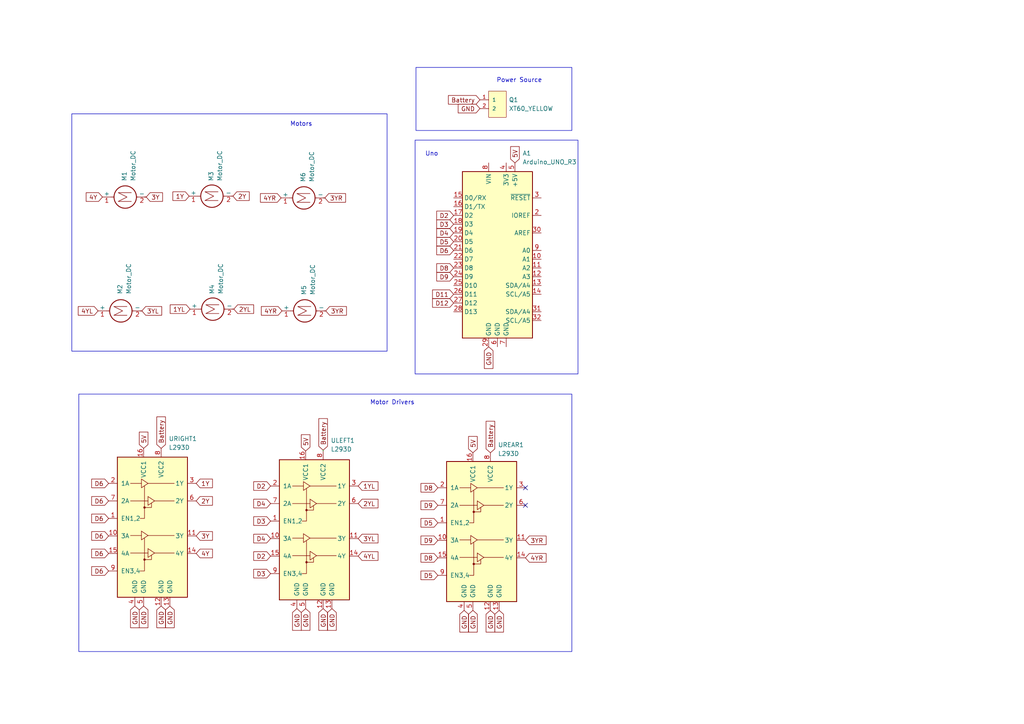
<source format=kicad_sch>
(kicad_sch
	(version 20231120)
	(generator "eeschema")
	(generator_version "8.0")
	(uuid "ce58cf49-2c6c-4838-a9f2-4d30bd46f137")
	(paper "A4")
	(lib_symbols
		(symbol "Driver_Motor:L293D"
			(pin_names
				(offset 1.016)
			)
			(exclude_from_sim no)
			(in_bom yes)
			(on_board yes)
			(property "Reference" "U"
				(at -5.08 26.035 0)
				(effects
					(font
						(size 1.27 1.27)
					)
					(justify right)
				)
			)
			(property "Value" "L293D"
				(at -5.08 24.13 0)
				(effects
					(font
						(size 1.27 1.27)
					)
					(justify right)
				)
			)
			(property "Footprint" "Package_DIP:DIP-16_W7.62mm"
				(at 6.35 -19.05 0)
				(effects
					(font
						(size 1.27 1.27)
					)
					(justify left)
					(hide yes)
				)
			)
			(property "Datasheet" "http://www.ti.com/lit/ds/symlink/l293.pdf"
				(at -7.62 17.78 0)
				(effects
					(font
						(size 1.27 1.27)
					)
					(hide yes)
				)
			)
			(property "Description" "Quadruple Half-H Drivers"
				(at 0 0 0)
				(effects
					(font
						(size 1.27 1.27)
					)
					(hide yes)
				)
			)
			(property "ki_keywords" "Half-H Driver Motor"
				(at 0 0 0)
				(effects
					(font
						(size 1.27 1.27)
					)
					(hide yes)
				)
			)
			(property "ki_fp_filters" "DIP*W7.62mm*"
				(at 0 0 0)
				(effects
					(font
						(size 1.27 1.27)
					)
					(hide yes)
				)
			)
			(symbol "L293D_0_1"
				(rectangle
					(start -10.16 22.86)
					(end 10.16 -17.78)
					(stroke
						(width 0.254)
						(type default)
					)
					(fill
						(type background)
					)
				)
				(circle
					(center -2.286 -6.858)
					(radius 0.254)
					(stroke
						(width 0)
						(type default)
					)
					(fill
						(type outline)
					)
				)
				(circle
					(center -2.286 8.255)
					(radius 0.254)
					(stroke
						(width 0)
						(type default)
					)
					(fill
						(type outline)
					)
				)
				(polyline
					(pts
						(xy -6.35 -4.953) (xy -1.27 -4.953)
					)
					(stroke
						(width 0)
						(type default)
					)
					(fill
						(type none)
					)
				)
				(polyline
					(pts
						(xy -6.35 0.127) (xy -3.175 0.127)
					)
					(stroke
						(width 0)
						(type default)
					)
					(fill
						(type none)
					)
				)
				(polyline
					(pts
						(xy -6.35 10.16) (xy -1.27 10.16)
					)
					(stroke
						(width 0)
						(type default)
					)
					(fill
						(type none)
					)
				)
				(polyline
					(pts
						(xy -6.35 15.24) (xy -3.175 15.24)
					)
					(stroke
						(width 0)
						(type default)
					)
					(fill
						(type none)
					)
				)
				(polyline
					(pts
						(xy -1.27 0.127) (xy 6.35 0.127)
					)
					(stroke
						(width 0)
						(type default)
					)
					(fill
						(type none)
					)
				)
				(polyline
					(pts
						(xy -1.27 15.24) (xy 6.35 15.24)
					)
					(stroke
						(width 0)
						(type default)
					)
					(fill
						(type none)
					)
				)
				(polyline
					(pts
						(xy 0.635 -4.953) (xy 6.35 -4.953)
					)
					(stroke
						(width 0)
						(type default)
					)
					(fill
						(type none)
					)
				)
				(polyline
					(pts
						(xy 0.635 10.16) (xy 6.35 10.16)
					)
					(stroke
						(width 0)
						(type default)
					)
					(fill
						(type none)
					)
				)
				(polyline
					(pts
						(xy -2.286 -6.858) (xy -0.254 -6.858) (xy -0.254 -5.588)
					)
					(stroke
						(width 0)
						(type default)
					)
					(fill
						(type none)
					)
				)
				(polyline
					(pts
						(xy -2.286 -0.635) (xy -2.286 -10.16) (xy -3.556 -10.16)
					)
					(stroke
						(width 0)
						(type default)
					)
					(fill
						(type none)
					)
				)
				(polyline
					(pts
						(xy -2.286 8.255) (xy -0.254 8.255) (xy -0.254 9.525)
					)
					(stroke
						(width 0)
						(type default)
					)
					(fill
						(type none)
					)
				)
				(polyline
					(pts
						(xy -2.286 14.478) (xy -2.286 5.08) (xy -3.556 5.08)
					)
					(stroke
						(width 0)
						(type default)
					)
					(fill
						(type none)
					)
				)
				(polyline
					(pts
						(xy -3.175 1.397) (xy -3.175 -1.143) (xy -1.27 0.127) (xy -3.175 1.397)
					)
					(stroke
						(width 0)
						(type default)
					)
					(fill
						(type none)
					)
				)
				(polyline
					(pts
						(xy -3.175 16.51) (xy -3.175 13.97) (xy -1.27 15.24) (xy -3.175 16.51)
					)
					(stroke
						(width 0)
						(type default)
					)
					(fill
						(type none)
					)
				)
				(polyline
					(pts
						(xy -1.27 -3.683) (xy -1.27 -6.223) (xy 0.635 -4.953) (xy -1.27 -3.683)
					)
					(stroke
						(width 0)
						(type default)
					)
					(fill
						(type none)
					)
				)
				(polyline
					(pts
						(xy -1.27 11.43) (xy -1.27 8.89) (xy 0.635 10.16) (xy -1.27 11.43)
					)
					(stroke
						(width 0)
						(type default)
					)
					(fill
						(type none)
					)
				)
			)
			(symbol "L293D_1_1"
				(pin input line
					(at -12.7 5.08 0)
					(length 2.54)
					(name "EN1,2"
						(effects
							(font
								(size 1.27 1.27)
							)
						)
					)
					(number "1"
						(effects
							(font
								(size 1.27 1.27)
							)
						)
					)
				)
				(pin input line
					(at -12.7 0 0)
					(length 2.54)
					(name "3A"
						(effects
							(font
								(size 1.27 1.27)
							)
						)
					)
					(number "10"
						(effects
							(font
								(size 1.27 1.27)
							)
						)
					)
				)
				(pin output line
					(at 12.7 0 180)
					(length 2.54)
					(name "3Y"
						(effects
							(font
								(size 1.27 1.27)
							)
						)
					)
					(number "11"
						(effects
							(font
								(size 1.27 1.27)
							)
						)
					)
				)
				(pin power_in line
					(at 2.54 -20.32 90)
					(length 2.54)
					(name "GND"
						(effects
							(font
								(size 1.27 1.27)
							)
						)
					)
					(number "12"
						(effects
							(font
								(size 1.27 1.27)
							)
						)
					)
				)
				(pin power_in line
					(at 5.08 -20.32 90)
					(length 2.54)
					(name "GND"
						(effects
							(font
								(size 1.27 1.27)
							)
						)
					)
					(number "13"
						(effects
							(font
								(size 1.27 1.27)
							)
						)
					)
				)
				(pin output line
					(at 12.7 -5.08 180)
					(length 2.54)
					(name "4Y"
						(effects
							(font
								(size 1.27 1.27)
							)
						)
					)
					(number "14"
						(effects
							(font
								(size 1.27 1.27)
							)
						)
					)
				)
				(pin input line
					(at -12.7 -5.08 0)
					(length 2.54)
					(name "4A"
						(effects
							(font
								(size 1.27 1.27)
							)
						)
					)
					(number "15"
						(effects
							(font
								(size 1.27 1.27)
							)
						)
					)
				)
				(pin power_in line
					(at -2.54 25.4 270)
					(length 2.54)
					(name "VCC1"
						(effects
							(font
								(size 1.27 1.27)
							)
						)
					)
					(number "16"
						(effects
							(font
								(size 1.27 1.27)
							)
						)
					)
				)
				(pin input line
					(at -12.7 15.24 0)
					(length 2.54)
					(name "1A"
						(effects
							(font
								(size 1.27 1.27)
							)
						)
					)
					(number "2"
						(effects
							(font
								(size 1.27 1.27)
							)
						)
					)
				)
				(pin output line
					(at 12.7 15.24 180)
					(length 2.54)
					(name "1Y"
						(effects
							(font
								(size 1.27 1.27)
							)
						)
					)
					(number "3"
						(effects
							(font
								(size 1.27 1.27)
							)
						)
					)
				)
				(pin power_in line
					(at -5.08 -20.32 90)
					(length 2.54)
					(name "GND"
						(effects
							(font
								(size 1.27 1.27)
							)
						)
					)
					(number "4"
						(effects
							(font
								(size 1.27 1.27)
							)
						)
					)
				)
				(pin power_in line
					(at -2.54 -20.32 90)
					(length 2.54)
					(name "GND"
						(effects
							(font
								(size 1.27 1.27)
							)
						)
					)
					(number "5"
						(effects
							(font
								(size 1.27 1.27)
							)
						)
					)
				)
				(pin output line
					(at 12.7 10.16 180)
					(length 2.54)
					(name "2Y"
						(effects
							(font
								(size 1.27 1.27)
							)
						)
					)
					(number "6"
						(effects
							(font
								(size 1.27 1.27)
							)
						)
					)
				)
				(pin input line
					(at -12.7 10.16 0)
					(length 2.54)
					(name "2A"
						(effects
							(font
								(size 1.27 1.27)
							)
						)
					)
					(number "7"
						(effects
							(font
								(size 1.27 1.27)
							)
						)
					)
				)
				(pin power_in line
					(at 2.54 25.4 270)
					(length 2.54)
					(name "VCC2"
						(effects
							(font
								(size 1.27 1.27)
							)
						)
					)
					(number "8"
						(effects
							(font
								(size 1.27 1.27)
							)
						)
					)
				)
				(pin input line
					(at -12.7 -10.16 0)
					(length 2.54)
					(name "EN3,4"
						(effects
							(font
								(size 1.27 1.27)
							)
						)
					)
					(number "9"
						(effects
							(font
								(size 1.27 1.27)
							)
						)
					)
				)
			)
		)
		(symbol "MCU_Module:Arduino_UNO_R3"
			(exclude_from_sim no)
			(in_bom yes)
			(on_board yes)
			(property "Reference" "A"
				(at -10.16 23.495 0)
				(effects
					(font
						(size 1.27 1.27)
					)
					(justify left bottom)
				)
			)
			(property "Value" "Arduino_UNO_R3"
				(at 5.08 -26.67 0)
				(effects
					(font
						(size 1.27 1.27)
					)
					(justify left top)
				)
			)
			(property "Footprint" "Module:Arduino_UNO_R3"
				(at 0 0 0)
				(effects
					(font
						(size 1.27 1.27)
						(italic yes)
					)
					(hide yes)
				)
			)
			(property "Datasheet" "https://www.arduino.cc/en/Main/arduinoBoardUno"
				(at 0 0 0)
				(effects
					(font
						(size 1.27 1.27)
					)
					(hide yes)
				)
			)
			(property "Description" "Arduino UNO Microcontroller Module, release 3"
				(at 0 0 0)
				(effects
					(font
						(size 1.27 1.27)
					)
					(hide yes)
				)
			)
			(property "ki_keywords" "Arduino UNO R3 Microcontroller Module Atmel AVR USB"
				(at 0 0 0)
				(effects
					(font
						(size 1.27 1.27)
					)
					(hide yes)
				)
			)
			(property "ki_fp_filters" "Arduino*UNO*R3*"
				(at 0 0 0)
				(effects
					(font
						(size 1.27 1.27)
					)
					(hide yes)
				)
			)
			(symbol "Arduino_UNO_R3_0_1"
				(rectangle
					(start -10.16 22.86)
					(end 10.16 -25.4)
					(stroke
						(width 0.254)
						(type default)
					)
					(fill
						(type background)
					)
				)
			)
			(symbol "Arduino_UNO_R3_1_1"
				(pin no_connect line
					(at -10.16 -20.32 0)
					(length 2.54) hide
					(name "NC"
						(effects
							(font
								(size 1.27 1.27)
							)
						)
					)
					(number "1"
						(effects
							(font
								(size 1.27 1.27)
							)
						)
					)
				)
				(pin bidirectional line
					(at 12.7 -2.54 180)
					(length 2.54)
					(name "A1"
						(effects
							(font
								(size 1.27 1.27)
							)
						)
					)
					(number "10"
						(effects
							(font
								(size 1.27 1.27)
							)
						)
					)
				)
				(pin bidirectional line
					(at 12.7 -5.08 180)
					(length 2.54)
					(name "A2"
						(effects
							(font
								(size 1.27 1.27)
							)
						)
					)
					(number "11"
						(effects
							(font
								(size 1.27 1.27)
							)
						)
					)
				)
				(pin bidirectional line
					(at 12.7 -7.62 180)
					(length 2.54)
					(name "A3"
						(effects
							(font
								(size 1.27 1.27)
							)
						)
					)
					(number "12"
						(effects
							(font
								(size 1.27 1.27)
							)
						)
					)
				)
				(pin bidirectional line
					(at 12.7 -10.16 180)
					(length 2.54)
					(name "SDA/A4"
						(effects
							(font
								(size 1.27 1.27)
							)
						)
					)
					(number "13"
						(effects
							(font
								(size 1.27 1.27)
							)
						)
					)
				)
				(pin bidirectional line
					(at 12.7 -12.7 180)
					(length 2.54)
					(name "SCL/A5"
						(effects
							(font
								(size 1.27 1.27)
							)
						)
					)
					(number "14"
						(effects
							(font
								(size 1.27 1.27)
							)
						)
					)
				)
				(pin bidirectional line
					(at -12.7 15.24 0)
					(length 2.54)
					(name "D0/RX"
						(effects
							(font
								(size 1.27 1.27)
							)
						)
					)
					(number "15"
						(effects
							(font
								(size 1.27 1.27)
							)
						)
					)
				)
				(pin bidirectional line
					(at -12.7 12.7 0)
					(length 2.54)
					(name "D1/TX"
						(effects
							(font
								(size 1.27 1.27)
							)
						)
					)
					(number "16"
						(effects
							(font
								(size 1.27 1.27)
							)
						)
					)
				)
				(pin bidirectional line
					(at -12.7 10.16 0)
					(length 2.54)
					(name "D2"
						(effects
							(font
								(size 1.27 1.27)
							)
						)
					)
					(number "17"
						(effects
							(font
								(size 1.27 1.27)
							)
						)
					)
				)
				(pin bidirectional line
					(at -12.7 7.62 0)
					(length 2.54)
					(name "D3"
						(effects
							(font
								(size 1.27 1.27)
							)
						)
					)
					(number "18"
						(effects
							(font
								(size 1.27 1.27)
							)
						)
					)
				)
				(pin bidirectional line
					(at -12.7 5.08 0)
					(length 2.54)
					(name "D4"
						(effects
							(font
								(size 1.27 1.27)
							)
						)
					)
					(number "19"
						(effects
							(font
								(size 1.27 1.27)
							)
						)
					)
				)
				(pin output line
					(at 12.7 10.16 180)
					(length 2.54)
					(name "IOREF"
						(effects
							(font
								(size 1.27 1.27)
							)
						)
					)
					(number "2"
						(effects
							(font
								(size 1.27 1.27)
							)
						)
					)
				)
				(pin bidirectional line
					(at -12.7 2.54 0)
					(length 2.54)
					(name "D5"
						(effects
							(font
								(size 1.27 1.27)
							)
						)
					)
					(number "20"
						(effects
							(font
								(size 1.27 1.27)
							)
						)
					)
				)
				(pin bidirectional line
					(at -12.7 0 0)
					(length 2.54)
					(name "D6"
						(effects
							(font
								(size 1.27 1.27)
							)
						)
					)
					(number "21"
						(effects
							(font
								(size 1.27 1.27)
							)
						)
					)
				)
				(pin bidirectional line
					(at -12.7 -2.54 0)
					(length 2.54)
					(name "D7"
						(effects
							(font
								(size 1.27 1.27)
							)
						)
					)
					(number "22"
						(effects
							(font
								(size 1.27 1.27)
							)
						)
					)
				)
				(pin bidirectional line
					(at -12.7 -5.08 0)
					(length 2.54)
					(name "D8"
						(effects
							(font
								(size 1.27 1.27)
							)
						)
					)
					(number "23"
						(effects
							(font
								(size 1.27 1.27)
							)
						)
					)
				)
				(pin bidirectional line
					(at -12.7 -7.62 0)
					(length 2.54)
					(name "D9"
						(effects
							(font
								(size 1.27 1.27)
							)
						)
					)
					(number "24"
						(effects
							(font
								(size 1.27 1.27)
							)
						)
					)
				)
				(pin bidirectional line
					(at -12.7 -10.16 0)
					(length 2.54)
					(name "D10"
						(effects
							(font
								(size 1.27 1.27)
							)
						)
					)
					(number "25"
						(effects
							(font
								(size 1.27 1.27)
							)
						)
					)
				)
				(pin bidirectional line
					(at -12.7 -12.7 0)
					(length 2.54)
					(name "D11"
						(effects
							(font
								(size 1.27 1.27)
							)
						)
					)
					(number "26"
						(effects
							(font
								(size 1.27 1.27)
							)
						)
					)
				)
				(pin bidirectional line
					(at -12.7 -15.24 0)
					(length 2.54)
					(name "D12"
						(effects
							(font
								(size 1.27 1.27)
							)
						)
					)
					(number "27"
						(effects
							(font
								(size 1.27 1.27)
							)
						)
					)
				)
				(pin bidirectional line
					(at -12.7 -17.78 0)
					(length 2.54)
					(name "D13"
						(effects
							(font
								(size 1.27 1.27)
							)
						)
					)
					(number "28"
						(effects
							(font
								(size 1.27 1.27)
							)
						)
					)
				)
				(pin power_in line
					(at -2.54 -27.94 90)
					(length 2.54)
					(name "GND"
						(effects
							(font
								(size 1.27 1.27)
							)
						)
					)
					(number "29"
						(effects
							(font
								(size 1.27 1.27)
							)
						)
					)
				)
				(pin input line
					(at 12.7 15.24 180)
					(length 2.54)
					(name "~{RESET}"
						(effects
							(font
								(size 1.27 1.27)
							)
						)
					)
					(number "3"
						(effects
							(font
								(size 1.27 1.27)
							)
						)
					)
				)
				(pin input line
					(at 12.7 5.08 180)
					(length 2.54)
					(name "AREF"
						(effects
							(font
								(size 1.27 1.27)
							)
						)
					)
					(number "30"
						(effects
							(font
								(size 1.27 1.27)
							)
						)
					)
				)
				(pin bidirectional line
					(at 12.7 -17.78 180)
					(length 2.54)
					(name "SDA/A4"
						(effects
							(font
								(size 1.27 1.27)
							)
						)
					)
					(number "31"
						(effects
							(font
								(size 1.27 1.27)
							)
						)
					)
				)
				(pin bidirectional line
					(at 12.7 -20.32 180)
					(length 2.54)
					(name "SCL/A5"
						(effects
							(font
								(size 1.27 1.27)
							)
						)
					)
					(number "32"
						(effects
							(font
								(size 1.27 1.27)
							)
						)
					)
				)
				(pin power_out line
					(at 2.54 25.4 270)
					(length 2.54)
					(name "3V3"
						(effects
							(font
								(size 1.27 1.27)
							)
						)
					)
					(number "4"
						(effects
							(font
								(size 1.27 1.27)
							)
						)
					)
				)
				(pin power_out line
					(at 5.08 25.4 270)
					(length 2.54)
					(name "+5V"
						(effects
							(font
								(size 1.27 1.27)
							)
						)
					)
					(number "5"
						(effects
							(font
								(size 1.27 1.27)
							)
						)
					)
				)
				(pin power_in line
					(at 0 -27.94 90)
					(length 2.54)
					(name "GND"
						(effects
							(font
								(size 1.27 1.27)
							)
						)
					)
					(number "6"
						(effects
							(font
								(size 1.27 1.27)
							)
						)
					)
				)
				(pin power_in line
					(at 2.54 -27.94 90)
					(length 2.54)
					(name "GND"
						(effects
							(font
								(size 1.27 1.27)
							)
						)
					)
					(number "7"
						(effects
							(font
								(size 1.27 1.27)
							)
						)
					)
				)
				(pin power_in line
					(at -2.54 25.4 270)
					(length 2.54)
					(name "VIN"
						(effects
							(font
								(size 1.27 1.27)
							)
						)
					)
					(number "8"
						(effects
							(font
								(size 1.27 1.27)
							)
						)
					)
				)
				(pin bidirectional line
					(at 12.7 0 180)
					(length 2.54)
					(name "A0"
						(effects
							(font
								(size 1.27 1.27)
							)
						)
					)
					(number "9"
						(effects
							(font
								(size 1.27 1.27)
							)
						)
					)
				)
			)
		)
		(symbol "Motor:Motor_DC"
			(pin_names
				(offset 0)
			)
			(exclude_from_sim no)
			(in_bom yes)
			(on_board yes)
			(property "Reference" "M"
				(at 2.54 2.54 0)
				(effects
					(font
						(size 1.27 1.27)
					)
					(justify left)
				)
			)
			(property "Value" "Motor_DC"
				(at 2.54 -5.08 0)
				(effects
					(font
						(size 1.27 1.27)
					)
					(justify left top)
				)
			)
			(property "Footprint" ""
				(at 0 -2.286 0)
				(effects
					(font
						(size 1.27 1.27)
					)
					(hide yes)
				)
			)
			(property "Datasheet" "~"
				(at 0 -2.286 0)
				(effects
					(font
						(size 1.27 1.27)
					)
					(hide yes)
				)
			)
			(property "Description" "DC Motor"
				(at 0 0 0)
				(effects
					(font
						(size 1.27 1.27)
					)
					(hide yes)
				)
			)
			(property "ki_keywords" "DC Motor"
				(at 0 0 0)
				(effects
					(font
						(size 1.27 1.27)
					)
					(hide yes)
				)
			)
			(property "ki_fp_filters" "PinHeader*P2.54mm* TerminalBlock*"
				(at 0 0 0)
				(effects
					(font
						(size 1.27 1.27)
					)
					(hide yes)
				)
			)
			(symbol "Motor_DC_0_0"
				(polyline
					(pts
						(xy -1.27 -3.302) (xy -1.27 0.508) (xy 0 -2.032) (xy 1.27 0.508) (xy 1.27 -3.302)
					)
					(stroke
						(width 0)
						(type default)
					)
					(fill
						(type none)
					)
				)
			)
			(symbol "Motor_DC_0_1"
				(circle
					(center 0 -1.524)
					(radius 3.2512)
					(stroke
						(width 0.254)
						(type default)
					)
					(fill
						(type none)
					)
				)
				(polyline
					(pts
						(xy 0 -7.62) (xy 0 -7.112)
					)
					(stroke
						(width 0)
						(type default)
					)
					(fill
						(type none)
					)
				)
				(polyline
					(pts
						(xy 0 -4.7752) (xy 0 -5.1816)
					)
					(stroke
						(width 0)
						(type default)
					)
					(fill
						(type none)
					)
				)
				(polyline
					(pts
						(xy 0 1.7272) (xy 0 2.0828)
					)
					(stroke
						(width 0)
						(type default)
					)
					(fill
						(type none)
					)
				)
				(polyline
					(pts
						(xy 0 2.032) (xy 0 2.54)
					)
					(stroke
						(width 0)
						(type default)
					)
					(fill
						(type none)
					)
				)
			)
			(symbol "Motor_DC_1_1"
				(pin passive line
					(at 0 5.08 270)
					(length 2.54)
					(name "+"
						(effects
							(font
								(size 1.27 1.27)
							)
						)
					)
					(number "1"
						(effects
							(font
								(size 1.27 1.27)
							)
						)
					)
				)
				(pin passive line
					(at 0 -7.62 90)
					(length 2.54)
					(name "-"
						(effects
							(font
								(size 1.27 1.27)
							)
						)
					)
					(number "2"
						(effects
							(font
								(size 1.27 1.27)
							)
						)
					)
				)
			)
		)
		(symbol "XT60_YELLOW:XT60_YELLOW"
			(pin_names
				(offset 1.016)
			)
			(exclude_from_sim no)
			(in_bom yes)
			(on_board yes)
			(property "Reference" "Q"
				(at -2.5638 2.5579 0)
				(effects
					(font
						(size 1.27 1.27)
					)
					(justify left bottom)
				)
			)
			(property "Value" "XT60_YELLOW"
				(at -2.5747 -7.6027 0)
				(effects
					(font
						(size 1.27 1.27)
					)
					(justify left bottom)
				)
			)
			(property "Footprint" "XT60_YELLOW:AMASS_XT60PB-M"
				(at 0 0 0)
				(effects
					(font
						(size 1.27 1.27)
					)
					(justify bottom)
					(hide yes)
				)
			)
			(property "Datasheet" ""
				(at 0 0 0)
				(effects
					(font
						(size 1.27 1.27)
					)
					(hide yes)
				)
			)
			(property "Description" ""
				(at 0 0 0)
				(effects
					(font
						(size 1.27 1.27)
					)
					(hide yes)
				)
			)
			(property "MF" "Pololu"
				(at 0 0 0)
				(effects
					(font
						(size 1.27 1.27)
					)
					(justify bottom)
					(hide yes)
				)
			)
			(property "MAXIMUM_PACKAGE_HEIGHT" "15.9 mm"
				(at 0 0 0)
				(effects
					(font
						(size 1.27 1.27)
					)
					(justify bottom)
					(hide yes)
				)
			)
			(property "Package" "None"
				(at 0 0 0)
				(effects
					(font
						(size 1.27 1.27)
					)
					(justify bottom)
					(hide yes)
				)
			)
			(property "Price" "None"
				(at 0 0 0)
				(effects
					(font
						(size 1.27 1.27)
					)
					(justify bottom)
					(hide yes)
				)
			)
			(property "Check_prices" "https://www.snapeda.com/parts/XT60%20YELLOW/Pololu/view-part/?ref=eda"
				(at 0 0 0)
				(effects
					(font
						(size 1.27 1.27)
					)
					(justify bottom)
					(hide yes)
				)
			)
			(property "STANDARD" "IPC 2222A"
				(at 0 0 0)
				(effects
					(font
						(size 1.27 1.27)
					)
					(justify bottom)
					(hide yes)
				)
			)
			(property "PARTREV" "1.2"
				(at 0 0 0)
				(effects
					(font
						(size 1.27 1.27)
					)
					(justify bottom)
					(hide yes)
				)
			)
			(property "SnapEDA_Link" "https://www.snapeda.com/parts/XT60%20YELLOW/Pololu/view-part/?ref=snap"
				(at 0 0 0)
				(effects
					(font
						(size 1.27 1.27)
					)
					(justify bottom)
					(hide yes)
				)
			)
			(property "MP" "XT60 YELLOW"
				(at 0 0 0)
				(effects
					(font
						(size 1.27 1.27)
					)
					(justify bottom)
					(hide yes)
				)
			)
			(property "Description_1" "\nPower connector; 65A; PIN: 2; Colour: yellow\n"
				(at 0 0 0)
				(effects
					(font
						(size 1.27 1.27)
					)
					(justify bottom)
					(hide yes)
				)
			)
			(property "Availability" "Not in stock"
				(at 0 0 0)
				(effects
					(font
						(size 1.27 1.27)
					)
					(justify bottom)
					(hide yes)
				)
			)
			(property "MANUFACTURER" "AMASS"
				(at 0 0 0)
				(effects
					(font
						(size 1.27 1.27)
					)
					(justify bottom)
					(hide yes)
				)
			)
			(symbol "XT60_YELLOW_0_0"
				(rectangle
					(start -2.54 -5.08)
					(end 2.54 2.54)
					(stroke
						(width 0.127)
						(type default)
					)
					(fill
						(type background)
					)
				)
				(pin passive line
					(at -5.08 0 0)
					(length 2.54)
					(name "1"
						(effects
							(font
								(size 1.016 1.016)
							)
						)
					)
					(number "1"
						(effects
							(font
								(size 1.016 1.016)
							)
						)
					)
				)
				(pin passive line
					(at -5.08 -2.54 0)
					(length 2.54)
					(name "2"
						(effects
							(font
								(size 1.016 1.016)
							)
						)
					)
					(number "2"
						(effects
							(font
								(size 1.016 1.016)
							)
						)
					)
				)
			)
		)
	)
	(no_connect
		(at 152.4 146.558)
		(uuid "385ff2cd-3255-4fd3-919b-82a617a65b55")
	)
	(no_connect
		(at 152.4 141.478)
		(uuid "3b8b7ba0-96e8-44cb-9f6f-ceada0cb2bcd")
	)
	(wire
		(pts
			(xy 93.726 130.81) (xy 93.726 130.556)
		)
		(stroke
			(width 0)
			(type default)
		)
		(uuid "b9f689a3-2870-428b-88a2-9fc9dc9cfa31")
	)
	(rectangle
		(start 120.65 19.558)
		(end 165.862 37.846)
		(stroke
			(width 0)
			(type default)
		)
		(fill
			(type none)
		)
		(uuid 243c5a70-2d05-4f21-af60-60cffe17e549)
	)
	(rectangle
		(start 22.86 114.3)
		(end 165.862 188.976)
		(stroke
			(width 0)
			(type default)
		)
		(fill
			(type none)
		)
		(uuid 3b9188b1-9225-4eab-b7bc-d3132f4461e4)
	)
	(rectangle
		(start 120.396 40.64)
		(end 167.64 108.458)
		(stroke
			(width 0)
			(type default)
		)
		(fill
			(type none)
		)
		(uuid 87d0f91b-ea40-44fd-89a0-2fa5881d81f6)
	)
	(rectangle
		(start 20.828 33.02)
		(end 112.268 101.854)
		(stroke
			(width 0)
			(type default)
		)
		(fill
			(type none)
		)
		(uuid c4039c1f-8252-4090-8091-b5f9ae511620)
	)
	(text "Motor Drivers"
		(exclude_from_sim no)
		(at 113.792 116.84 0)
		(effects
			(font
				(size 1.27 1.27)
			)
		)
		(uuid "1018759d-1a71-4d62-84ca-3ac6bc3c7f03")
	)
	(text "Uno\n"
		(exclude_from_sim no)
		(at 125.222 44.704 0)
		(effects
			(font
				(size 1.27 1.27)
			)
		)
		(uuid "5dee6201-b2df-4aa3-8b43-d754762ca6b6")
	)
	(text "Power Source\n"
		(exclude_from_sim no)
		(at 150.622 23.368 0)
		(effects
			(font
				(size 1.27 1.27)
			)
		)
		(uuid "a60e67fd-2e17-4709-859f-615a884cc1b4")
	)
	(text "Motors\n"
		(exclude_from_sim no)
		(at 87.376 36.068 0)
		(effects
			(font
				(size 1.27 1.27)
			)
		)
		(uuid "a694f41f-c24e-4ea9-b697-32d79b258299")
	)
	(global_label "GND"
		(shape input)
		(at 86.106 176.53 270)
		(fields_autoplaced yes)
		(effects
			(font
				(size 1.27 1.27)
			)
			(justify right)
		)
		(uuid "018180cc-fd91-4b23-8374-4e7f30e30ed5")
		(property "Intersheetrefs" "${INTERSHEET_REFS}"
			(at 86.106 183.3857 90)
			(effects
				(font
					(size 1.27 1.27)
				)
				(justify right)
				(hide yes)
			)
		)
	)
	(global_label "GND"
		(shape input)
		(at 93.726 176.53 270)
		(fields_autoplaced yes)
		(effects
			(font
				(size 1.27 1.27)
			)
			(justify right)
		)
		(uuid "026431bb-7041-4c8f-bf8e-01d4bb3d522c")
		(property "Intersheetrefs" "${INTERSHEET_REFS}"
			(at 93.726 183.3857 90)
			(effects
				(font
					(size 1.27 1.27)
				)
				(justify right)
				(hide yes)
			)
		)
	)
	(global_label "GND"
		(shape input)
		(at 46.736 175.768 270)
		(fields_autoplaced yes)
		(effects
			(font
				(size 1.27 1.27)
			)
			(justify right)
		)
		(uuid "054cc7fe-b78b-4bf8-99e5-6cd078ec205f")
		(property "Intersheetrefs" "${INTERSHEET_REFS}"
			(at 46.736 182.6237 90)
			(effects
				(font
					(size 1.27 1.27)
				)
				(justify right)
				(hide yes)
			)
		)
	)
	(global_label "D4"
		(shape input)
		(at 78.486 146.05 180)
		(fields_autoplaced yes)
		(effects
			(font
				(size 1.27 1.27)
			)
			(justify right)
		)
		(uuid "11f92c15-8e79-4504-ad0b-b729ef3fbcef")
		(property "Intersheetrefs" "${INTERSHEET_REFS}"
			(at 73.0213 146.05 0)
			(effects
				(font
					(size 1.27 1.27)
				)
				(justify right)
				(hide yes)
			)
		)
	)
	(global_label "D6"
		(shape input)
		(at 31.496 140.208 180)
		(fields_autoplaced yes)
		(effects
			(font
				(size 1.27 1.27)
			)
			(justify right)
		)
		(uuid "155c5e7a-e650-4267-95c0-5d92046689f1")
		(property "Intersheetrefs" "${INTERSHEET_REFS}"
			(at 26.0313 140.208 0)
			(effects
				(font
					(size 1.27 1.27)
				)
				(justify right)
				(hide yes)
			)
		)
	)
	(global_label "D6"
		(shape input)
		(at 31.496 150.368 180)
		(fields_autoplaced yes)
		(effects
			(font
				(size 1.27 1.27)
			)
			(justify right)
		)
		(uuid "1654beae-95c2-4305-90d9-35ea69b4620b")
		(property "Intersheetrefs" "${INTERSHEET_REFS}"
			(at 26.0313 150.368 0)
			(effects
				(font
					(size 1.27 1.27)
				)
				(justify right)
				(hide yes)
			)
		)
	)
	(global_label "D9"
		(shape input)
		(at 127 146.558 180)
		(fields_autoplaced yes)
		(effects
			(font
				(size 1.27 1.27)
			)
			(justify right)
		)
		(uuid "1f13e506-6870-4178-8908-fbb59b89189e")
		(property "Intersheetrefs" "${INTERSHEET_REFS}"
			(at 121.5353 146.558 0)
			(effects
				(font
					(size 1.27 1.27)
				)
				(justify right)
				(hide yes)
			)
		)
	)
	(global_label "Battery"
		(shape input)
		(at 139.192 28.956 180)
		(fields_autoplaced yes)
		(effects
			(font
				(size 1.27 1.27)
			)
			(justify right)
		)
		(uuid "1f7c681f-a572-4069-9aa2-7c8bc0aba7ed")
		(property "Intersheetrefs" "${INTERSHEET_REFS}"
			(at 129.494 28.956 0)
			(effects
				(font
					(size 1.27 1.27)
				)
				(justify right)
				(hide yes)
			)
		)
	)
	(global_label "Battery"
		(shape input)
		(at 93.726 130.556 90)
		(fields_autoplaced yes)
		(effects
			(font
				(size 1.27 1.27)
			)
			(justify left)
		)
		(uuid "1fed0de2-8c6a-4199-88cb-1c76c96f8e8e")
		(property "Intersheetrefs" "${INTERSHEET_REFS}"
			(at 93.726 120.858 90)
			(effects
				(font
					(size 1.27 1.27)
				)
				(justify left)
				(hide yes)
			)
		)
	)
	(global_label "D5"
		(shape input)
		(at 127 151.638 180)
		(fields_autoplaced yes)
		(effects
			(font
				(size 1.27 1.27)
			)
			(justify right)
		)
		(uuid "20c3a9da-e810-42ed-a43a-d82cad10fdb0")
		(property "Intersheetrefs" "${INTERSHEET_REFS}"
			(at 121.5353 151.638 0)
			(effects
				(font
					(size 1.27 1.27)
				)
				(justify right)
				(hide yes)
			)
		)
	)
	(global_label "D2"
		(shape input)
		(at 78.486 161.29 180)
		(fields_autoplaced yes)
		(effects
			(font
				(size 1.27 1.27)
			)
			(justify right)
		)
		(uuid "2561da5c-eace-4f36-b2d0-dc76ea63fab7")
		(property "Intersheetrefs" "${INTERSHEET_REFS}"
			(at 73.0213 161.29 0)
			(effects
				(font
					(size 1.27 1.27)
				)
				(justify right)
				(hide yes)
			)
		)
	)
	(global_label "5V"
		(shape input)
		(at 149.352 47.244 90)
		(fields_autoplaced yes)
		(effects
			(font
				(size 1.27 1.27)
			)
			(justify left)
		)
		(uuid "274e95e6-0018-4b27-9fd2-e0ea33ff855a")
		(property "Intersheetrefs" "${INTERSHEET_REFS}"
			(at 149.352 41.9607 90)
			(effects
				(font
					(size 1.27 1.27)
				)
				(justify left)
				(hide yes)
			)
		)
	)
	(global_label "3YR"
		(shape input)
		(at 94.488 90.17 0)
		(fields_autoplaced yes)
		(effects
			(font
				(size 1.27 1.27)
			)
			(justify left)
		)
		(uuid "27595f17-4a58-49eb-b375-4496ca4b71f4")
		(property "Intersheetrefs" "${INTERSHEET_REFS}"
			(at 101.0413 90.17 0)
			(effects
				(font
					(size 1.27 1.27)
				)
				(justify left)
				(hide yes)
			)
		)
	)
	(global_label "4Y"
		(shape input)
		(at 56.896 160.528 0)
		(fields_autoplaced yes)
		(effects
			(font
				(size 1.27 1.27)
			)
			(justify left)
		)
		(uuid "27daaf61-b6f4-480c-a6bf-c45c5b931467")
		(property "Intersheetrefs" "${INTERSHEET_REFS}"
			(at 62.1793 160.528 0)
			(effects
				(font
					(size 1.27 1.27)
				)
				(justify left)
				(hide yes)
			)
		)
	)
	(global_label "2Y"
		(shape input)
		(at 56.896 145.288 0)
		(fields_autoplaced yes)
		(effects
			(font
				(size 1.27 1.27)
			)
			(justify left)
		)
		(uuid "2a97b09b-597b-497c-be4b-849ab0923b21")
		(property "Intersheetrefs" "${INTERSHEET_REFS}"
			(at 62.1793 145.288 0)
			(effects
				(font
					(size 1.27 1.27)
				)
				(justify left)
				(hide yes)
			)
		)
	)
	(global_label "3YR"
		(shape input)
		(at 152.4 156.718 0)
		(fields_autoplaced yes)
		(effects
			(font
				(size 1.27 1.27)
			)
			(justify left)
		)
		(uuid "2b1abff3-2d15-4000-8b6d-665200defd0c")
		(property "Intersheetrefs" "${INTERSHEET_REFS}"
			(at 158.9533 156.718 0)
			(effects
				(font
					(size 1.27 1.27)
				)
				(justify left)
				(hide yes)
			)
		)
	)
	(global_label "D6"
		(shape input)
		(at 31.496 145.288 180)
		(fields_autoplaced yes)
		(effects
			(font
				(size 1.27 1.27)
			)
			(justify right)
		)
		(uuid "2bc78629-a889-4ab8-8b3e-90396d9b31b3")
		(property "Intersheetrefs" "${INTERSHEET_REFS}"
			(at 26.0313 145.288 0)
			(effects
				(font
					(size 1.27 1.27)
				)
				(justify right)
				(hide yes)
			)
		)
	)
	(global_label "3Y"
		(shape input)
		(at 56.896 155.448 0)
		(fields_autoplaced yes)
		(effects
			(font
				(size 1.27 1.27)
			)
			(justify left)
		)
		(uuid "2f6371fa-0b98-430d-abf5-f2f89af520ed")
		(property "Intersheetrefs" "${INTERSHEET_REFS}"
			(at 62.1793 155.448 0)
			(effects
				(font
					(size 1.27 1.27)
				)
				(justify left)
				(hide yes)
			)
		)
	)
	(global_label "GND"
		(shape input)
		(at 96.266 176.53 270)
		(fields_autoplaced yes)
		(effects
			(font
				(size 1.27 1.27)
			)
			(justify right)
		)
		(uuid "305f96f4-3232-4682-bb0f-9cfd14381a67")
		(property "Intersheetrefs" "${INTERSHEET_REFS}"
			(at 96.266 183.3857 90)
			(effects
				(font
					(size 1.27 1.27)
				)
				(justify right)
				(hide yes)
			)
		)
	)
	(global_label "D12"
		(shape input)
		(at 131.572 87.884 180)
		(fields_autoplaced yes)
		(effects
			(font
				(size 1.27 1.27)
			)
			(justify right)
		)
		(uuid "33225fe7-c54b-479c-b51d-f6ff8b1da185")
		(property "Intersheetrefs" "${INTERSHEET_REFS}"
			(at 124.8978 87.884 0)
			(effects
				(font
					(size 1.27 1.27)
				)
				(justify right)
				(hide yes)
			)
		)
	)
	(global_label "4YL"
		(shape input)
		(at 28.448 90.17 180)
		(fields_autoplaced yes)
		(effects
			(font
				(size 1.27 1.27)
			)
			(justify right)
		)
		(uuid "3bfa047d-ef2b-4cd7-9a52-2a1f16605caa")
		(property "Intersheetrefs" "${INTERSHEET_REFS}"
			(at 22.1366 90.17 0)
			(effects
				(font
					(size 1.27 1.27)
				)
				(justify right)
				(hide yes)
			)
		)
	)
	(global_label "4Y"
		(shape input)
		(at 29.718 57.15 180)
		(fields_autoplaced yes)
		(effects
			(font
				(size 1.27 1.27)
			)
			(justify right)
		)
		(uuid "3f0e600b-8f1d-4127-8006-c8c740e0c640")
		(property "Intersheetrefs" "${INTERSHEET_REFS}"
			(at 24.4347 57.15 0)
			(effects
				(font
					(size 1.27 1.27)
				)
				(justify right)
				(hide yes)
			)
		)
	)
	(global_label "Battery"
		(shape input)
		(at 46.736 130.048 90)
		(fields_autoplaced yes)
		(effects
			(font
				(size 1.27 1.27)
			)
			(justify left)
		)
		(uuid "45b6b740-91bc-4cfc-828e-ba8d99ab7d94")
		(property "Intersheetrefs" "${INTERSHEET_REFS}"
			(at 46.736 120.35 90)
			(effects
				(font
					(size 1.27 1.27)
				)
				(justify left)
				(hide yes)
			)
		)
	)
	(global_label "4YR"
		(shape input)
		(at 81.788 90.17 180)
		(fields_autoplaced yes)
		(effects
			(font
				(size 1.27 1.27)
			)
			(justify right)
		)
		(uuid "4cd6a83a-0b52-489b-b09e-d0d410f6ccaf")
		(property "Intersheetrefs" "${INTERSHEET_REFS}"
			(at 75.2347 90.17 0)
			(effects
				(font
					(size 1.27 1.27)
				)
				(justify right)
				(hide yes)
			)
		)
	)
	(global_label "GND"
		(shape input)
		(at 137.16 177.038 270)
		(fields_autoplaced yes)
		(effects
			(font
				(size 1.27 1.27)
			)
			(justify right)
		)
		(uuid "4eb468ed-742e-45c4-88f6-beaf91077e47")
		(property "Intersheetrefs" "${INTERSHEET_REFS}"
			(at 137.16 183.8937 90)
			(effects
				(font
					(size 1.27 1.27)
				)
				(justify right)
				(hide yes)
			)
		)
	)
	(global_label "4YL"
		(shape input)
		(at 103.886 161.29 0)
		(fields_autoplaced yes)
		(effects
			(font
				(size 1.27 1.27)
			)
			(justify left)
		)
		(uuid "52f288f0-7fa9-437b-83e2-f4a49304f34e")
		(property "Intersheetrefs" "${INTERSHEET_REFS}"
			(at 110.1974 161.29 0)
			(effects
				(font
					(size 1.27 1.27)
				)
				(justify left)
				(hide yes)
			)
		)
	)
	(global_label "GND"
		(shape input)
		(at 39.116 175.768 270)
		(fields_autoplaced yes)
		(effects
			(font
				(size 1.27 1.27)
			)
			(justify right)
		)
		(uuid "551b1c99-6831-48c0-89f7-980d087d6d91")
		(property "Intersheetrefs" "${INTERSHEET_REFS}"
			(at 39.116 182.6237 90)
			(effects
				(font
					(size 1.27 1.27)
				)
				(justify right)
				(hide yes)
			)
		)
	)
	(global_label "1YL"
		(shape input)
		(at 55.118 89.662 180)
		(fields_autoplaced yes)
		(effects
			(font
				(size 1.27 1.27)
			)
			(justify right)
		)
		(uuid "5861b240-a26a-4522-b443-02bb3e473a53")
		(property "Intersheetrefs" "${INTERSHEET_REFS}"
			(at 48.8066 89.662 0)
			(effects
				(font
					(size 1.27 1.27)
				)
				(justify right)
				(hide yes)
			)
		)
	)
	(global_label "D4"
		(shape input)
		(at 78.486 156.21 180)
		(fields_autoplaced yes)
		(effects
			(font
				(size 1.27 1.27)
			)
			(justify right)
		)
		(uuid "5a0a1c04-9777-4b69-8e78-f0f24afad898")
		(property "Intersheetrefs" "${INTERSHEET_REFS}"
			(at 73.0213 156.21 0)
			(effects
				(font
					(size 1.27 1.27)
				)
				(justify right)
				(hide yes)
			)
		)
	)
	(global_label "GND"
		(shape input)
		(at 88.646 176.53 270)
		(fields_autoplaced yes)
		(effects
			(font
				(size 1.27 1.27)
			)
			(justify right)
		)
		(uuid "5b330e21-1c74-4708-bbd6-8387879d3e8a")
		(property "Intersheetrefs" "${INTERSHEET_REFS}"
			(at 88.646 183.3857 90)
			(effects
				(font
					(size 1.27 1.27)
				)
				(justify right)
				(hide yes)
			)
		)
	)
	(global_label "2YL"
		(shape input)
		(at 67.818 89.662 0)
		(fields_autoplaced yes)
		(effects
			(font
				(size 1.27 1.27)
			)
			(justify left)
		)
		(uuid "5f8838bc-20f6-416d-ade0-cdc35c042309")
		(property "Intersheetrefs" "${INTERSHEET_REFS}"
			(at 74.1294 89.662 0)
			(effects
				(font
					(size 1.27 1.27)
				)
				(justify left)
				(hide yes)
			)
		)
	)
	(global_label "D3"
		(shape input)
		(at 78.486 151.13 180)
		(fields_autoplaced yes)
		(effects
			(font
				(size 1.27 1.27)
			)
			(justify right)
		)
		(uuid "69bb09a8-38a2-4863-ae7d-d0970f4df2c2")
		(property "Intersheetrefs" "${INTERSHEET_REFS}"
			(at 73.0213 151.13 0)
			(effects
				(font
					(size 1.27 1.27)
				)
				(justify right)
				(hide yes)
			)
		)
	)
	(global_label "D6"
		(shape input)
		(at 31.496 165.608 180)
		(fields_autoplaced yes)
		(effects
			(font
				(size 1.27 1.27)
			)
			(justify right)
		)
		(uuid "6b9940dc-eed0-42e4-9983-53f088bba89c")
		(property "Intersheetrefs" "${INTERSHEET_REFS}"
			(at 26.0313 165.608 0)
			(effects
				(font
					(size 1.27 1.27)
				)
				(justify right)
				(hide yes)
			)
		)
	)
	(global_label "3Y"
		(shape input)
		(at 42.418 57.15 0)
		(fields_autoplaced yes)
		(effects
			(font
				(size 1.27 1.27)
			)
			(justify left)
		)
		(uuid "743dbfce-2162-4e41-8a29-622b4dd751ef")
		(property "Intersheetrefs" "${INTERSHEET_REFS}"
			(at 47.7013 57.15 0)
			(effects
				(font
					(size 1.27 1.27)
				)
				(justify left)
				(hide yes)
			)
		)
	)
	(global_label "GND"
		(shape input)
		(at 49.276 175.768 270)
		(fields_autoplaced yes)
		(effects
			(font
				(size 1.27 1.27)
			)
			(justify right)
		)
		(uuid "7579c53e-3da7-4f16-bde8-ad6336332fa4")
		(property "Intersheetrefs" "${INTERSHEET_REFS}"
			(at 49.276 182.6237 90)
			(effects
				(font
					(size 1.27 1.27)
				)
				(justify right)
				(hide yes)
			)
		)
	)
	(global_label "Battery"
		(shape input)
		(at 142.24 131.318 90)
		(fields_autoplaced yes)
		(effects
			(font
				(size 1.27 1.27)
			)
			(justify left)
		)
		(uuid "7a780b67-536a-4ac5-9dd6-1b923a51d77f")
		(property "Intersheetrefs" "${INTERSHEET_REFS}"
			(at 142.24 121.62 90)
			(effects
				(font
					(size 1.27 1.27)
				)
				(justify left)
				(hide yes)
			)
		)
	)
	(global_label "D9"
		(shape input)
		(at 131.572 80.264 180)
		(fields_autoplaced yes)
		(effects
			(font
				(size 1.27 1.27)
			)
			(justify right)
		)
		(uuid "7acfdd0c-6750-45ba-8811-4e89fb651b52")
		(property "Intersheetrefs" "${INTERSHEET_REFS}"
			(at 126.1073 80.264 0)
			(effects
				(font
					(size 1.27 1.27)
				)
				(justify right)
				(hide yes)
			)
		)
	)
	(global_label "D6"
		(shape input)
		(at 31.496 160.528 180)
		(fields_autoplaced yes)
		(effects
			(font
				(size 1.27 1.27)
			)
			(justify right)
		)
		(uuid "7cb9f3db-109f-476c-811d-9bdb4da1c99d")
		(property "Intersheetrefs" "${INTERSHEET_REFS}"
			(at 26.0313 160.528 0)
			(effects
				(font
					(size 1.27 1.27)
				)
				(justify right)
				(hide yes)
			)
		)
	)
	(global_label "D3"
		(shape input)
		(at 78.486 166.37 180)
		(fields_autoplaced yes)
		(effects
			(font
				(size 1.27 1.27)
			)
			(justify right)
		)
		(uuid "850fa22d-985a-4399-a6bc-f69b570d3798")
		(property "Intersheetrefs" "${INTERSHEET_REFS}"
			(at 73.0213 166.37 0)
			(effects
				(font
					(size 1.27 1.27)
				)
				(justify right)
				(hide yes)
			)
		)
	)
	(global_label "5V"
		(shape input)
		(at 137.16 131.318 90)
		(fields_autoplaced yes)
		(effects
			(font
				(size 1.27 1.27)
			)
			(justify left)
		)
		(uuid "89e2a259-e9a7-49d8-9bc0-bf60593d11ba")
		(property "Intersheetrefs" "${INTERSHEET_REFS}"
			(at 137.16 126.0347 90)
			(effects
				(font
					(size 1.27 1.27)
				)
				(justify left)
				(hide yes)
			)
		)
	)
	(global_label "GND"
		(shape input)
		(at 141.732 100.584 270)
		(fields_autoplaced yes)
		(effects
			(font
				(size 1.27 1.27)
			)
			(justify right)
		)
		(uuid "8b95c360-9146-44cf-bdaf-73fc1d7623d6")
		(property "Intersheetrefs" "${INTERSHEET_REFS}"
			(at 141.732 107.4397 90)
			(effects
				(font
					(size 1.27 1.27)
				)
				(justify right)
				(hide yes)
			)
		)
	)
	(global_label "D5"
		(shape input)
		(at 127 166.878 180)
		(fields_autoplaced yes)
		(effects
			(font
				(size 1.27 1.27)
			)
			(justify right)
		)
		(uuid "8ce92d93-78d3-4ff2-9222-d55dfbfd4438")
		(property "Intersheetrefs" "${INTERSHEET_REFS}"
			(at 121.5353 166.878 0)
			(effects
				(font
					(size 1.27 1.27)
				)
				(justify right)
				(hide yes)
			)
		)
	)
	(global_label "D2"
		(shape input)
		(at 131.572 62.484 180)
		(fields_autoplaced yes)
		(effects
			(font
				(size 1.27 1.27)
			)
			(justify right)
		)
		(uuid "90866f8c-e7d8-4fba-8122-9a186d63b588")
		(property "Intersheetrefs" "${INTERSHEET_REFS}"
			(at 126.1073 62.484 0)
			(effects
				(font
					(size 1.27 1.27)
				)
				(justify right)
				(hide yes)
			)
		)
	)
	(global_label "3YL"
		(shape input)
		(at 103.886 156.21 0)
		(fields_autoplaced yes)
		(effects
			(font
				(size 1.27 1.27)
			)
			(justify left)
		)
		(uuid "92892774-330c-45b4-ad4c-8b5f7f318546")
		(property "Intersheetrefs" "${INTERSHEET_REFS}"
			(at 110.1974 156.21 0)
			(effects
				(font
					(size 1.27 1.27)
				)
				(justify left)
				(hide yes)
			)
		)
	)
	(global_label "D8"
		(shape input)
		(at 131.572 77.724 180)
		(fields_autoplaced yes)
		(effects
			(font
				(size 1.27 1.27)
			)
			(justify right)
		)
		(uuid "93d293be-e02f-40c1-8fa6-9adc781ba741")
		(property "Intersheetrefs" "${INTERSHEET_REFS}"
			(at 126.1073 77.724 0)
			(effects
				(font
					(size 1.27 1.27)
				)
				(justify right)
				(hide yes)
			)
		)
	)
	(global_label "5V"
		(shape input)
		(at 41.656 130.048 90)
		(fields_autoplaced yes)
		(effects
			(font
				(size 1.27 1.27)
			)
			(justify left)
		)
		(uuid "a04e64d4-ce49-4dad-8996-3595c2b00f25")
		(property "Intersheetrefs" "${INTERSHEET_REFS}"
			(at 41.656 124.7647 90)
			(effects
				(font
					(size 1.27 1.27)
				)
				(justify left)
				(hide yes)
			)
		)
	)
	(global_label "GND"
		(shape input)
		(at 139.192 31.496 180)
		(fields_autoplaced yes)
		(effects
			(font
				(size 1.27 1.27)
			)
			(justify right)
		)
		(uuid "a4b39d8e-5a34-410c-8e2d-a9103349db6c")
		(property "Intersheetrefs" "${INTERSHEET_REFS}"
			(at 132.3363 31.496 0)
			(effects
				(font
					(size 1.27 1.27)
				)
				(justify right)
				(hide yes)
			)
		)
	)
	(global_label "3YR"
		(shape input)
		(at 94.234 57.404 0)
		(fields_autoplaced yes)
		(effects
			(font
				(size 1.27 1.27)
			)
			(justify left)
		)
		(uuid "aca863f6-5f52-458b-bf79-eb22b555b725")
		(property "Intersheetrefs" "${INTERSHEET_REFS}"
			(at 100.7873 57.404 0)
			(effects
				(font
					(size 1.27 1.27)
				)
				(justify left)
				(hide yes)
			)
		)
	)
	(global_label "D3"
		(shape input)
		(at 131.572 65.024 180)
		(fields_autoplaced yes)
		(effects
			(font
				(size 1.27 1.27)
			)
			(justify right)
		)
		(uuid "ae2352fe-8f9e-49e1-a223-2d882abeb805")
		(property "Intersheetrefs" "${INTERSHEET_REFS}"
			(at 126.1073 65.024 0)
			(effects
				(font
					(size 1.27 1.27)
				)
				(justify right)
				(hide yes)
			)
		)
	)
	(global_label "D2"
		(shape input)
		(at 78.486 140.97 180)
		(fields_autoplaced yes)
		(effects
			(font
				(size 1.27 1.27)
			)
			(justify right)
		)
		(uuid "b81b201b-8380-4e84-ae70-82fcf661ecc6")
		(property "Intersheetrefs" "${INTERSHEET_REFS}"
			(at 73.0213 140.97 0)
			(effects
				(font
					(size 1.27 1.27)
				)
				(justify right)
				(hide yes)
			)
		)
	)
	(global_label "2YL"
		(shape input)
		(at 103.886 146.05 0)
		(fields_autoplaced yes)
		(effects
			(font
				(size 1.27 1.27)
			)
			(justify left)
		)
		(uuid "b9572a8d-d5bc-44e0-8185-16956edbe0ef")
		(property "Intersheetrefs" "${INTERSHEET_REFS}"
			(at 110.1974 146.05 0)
			(effects
				(font
					(size 1.27 1.27)
				)
				(justify left)
				(hide yes)
			)
		)
	)
	(global_label "D6"
		(shape input)
		(at 31.496 155.448 180)
		(fields_autoplaced yes)
		(effects
			(font
				(size 1.27 1.27)
			)
			(justify right)
		)
		(uuid "ba49df71-37a0-419d-9511-3dd1f30c48ca")
		(property "Intersheetrefs" "${INTERSHEET_REFS}"
			(at 26.0313 155.448 0)
			(effects
				(font
					(size 1.27 1.27)
				)
				(justify right)
				(hide yes)
			)
		)
	)
	(global_label "4YR"
		(shape input)
		(at 152.4 161.798 0)
		(fields_autoplaced yes)
		(effects
			(font
				(size 1.27 1.27)
			)
			(justify left)
		)
		(uuid "c13326b6-52e4-46d2-a771-945e8765d761")
		(property "Intersheetrefs" "${INTERSHEET_REFS}"
			(at 158.9533 161.798 0)
			(effects
				(font
					(size 1.27 1.27)
				)
				(justify left)
				(hide yes)
			)
		)
	)
	(global_label "1Y"
		(shape input)
		(at 54.864 56.896 180)
		(fields_autoplaced yes)
		(effects
			(font
				(size 1.27 1.27)
			)
			(justify right)
		)
		(uuid "c1782198-4587-4b8f-8ada-4c0e9afd7c56")
		(property "Intersheetrefs" "${INTERSHEET_REFS}"
			(at 49.5807 56.896 0)
			(effects
				(font
					(size 1.27 1.27)
				)
				(justify right)
				(hide yes)
			)
		)
	)
	(global_label "GND"
		(shape input)
		(at 142.24 177.038 270)
		(fields_autoplaced yes)
		(effects
			(font
				(size 1.27 1.27)
			)
			(justify right)
		)
		(uuid "c3bb666b-cedd-40bf-84b4-b7b13f630d60")
		(property "Intersheetrefs" "${INTERSHEET_REFS}"
			(at 142.24 183.8937 90)
			(effects
				(font
					(size 1.27 1.27)
				)
				(justify right)
				(hide yes)
			)
		)
	)
	(global_label "D5"
		(shape input)
		(at 131.572 70.104 180)
		(fields_autoplaced yes)
		(effects
			(font
				(size 1.27 1.27)
			)
			(justify right)
		)
		(uuid "c6f8063b-dc71-4dc1-bbd4-f3ee1e5be970")
		(property "Intersheetrefs" "${INTERSHEET_REFS}"
			(at 126.1073 70.104 0)
			(effects
				(font
					(size 1.27 1.27)
				)
				(justify right)
				(hide yes)
			)
		)
	)
	(global_label "D8"
		(shape input)
		(at 127 141.478 180)
		(fields_autoplaced yes)
		(effects
			(font
				(size 1.27 1.27)
			)
			(justify right)
		)
		(uuid "c974c3ec-b41d-4dd9-9fd8-869ab47ff98b")
		(property "Intersheetrefs" "${INTERSHEET_REFS}"
			(at 121.5353 141.478 0)
			(effects
				(font
					(size 1.27 1.27)
				)
				(justify right)
				(hide yes)
			)
		)
	)
	(global_label "GND"
		(shape input)
		(at 144.78 177.038 270)
		(fields_autoplaced yes)
		(effects
			(font
				(size 1.27 1.27)
			)
			(justify right)
		)
		(uuid "ce2bef94-b432-41c3-984d-483b2e664219")
		(property "Intersheetrefs" "${INTERSHEET_REFS}"
			(at 144.78 183.8937 90)
			(effects
				(font
					(size 1.27 1.27)
				)
				(justify right)
				(hide yes)
			)
		)
	)
	(global_label "D11"
		(shape input)
		(at 131.572 85.344 180)
		(fields_autoplaced yes)
		(effects
			(font
				(size 1.27 1.27)
			)
			(justify right)
		)
		(uuid "d4e69f89-6d2e-4423-a407-e321bea7b8b1")
		(property "Intersheetrefs" "${INTERSHEET_REFS}"
			(at 124.8978 85.344 0)
			(effects
				(font
					(size 1.27 1.27)
				)
				(justify right)
				(hide yes)
			)
		)
	)
	(global_label "2Y"
		(shape input)
		(at 67.564 56.896 0)
		(fields_autoplaced yes)
		(effects
			(font
				(size 1.27 1.27)
			)
			(justify left)
		)
		(uuid "d91d4ff6-c330-4705-a23e-e541f79e0a75")
		(property "Intersheetrefs" "${INTERSHEET_REFS}"
			(at 72.8473 56.896 0)
			(effects
				(font
					(size 1.27 1.27)
				)
				(justify left)
				(hide yes)
			)
		)
	)
	(global_label "D8"
		(shape input)
		(at 127 161.798 180)
		(fields_autoplaced yes)
		(effects
			(font
				(size 1.27 1.27)
			)
			(justify right)
		)
		(uuid "d9d4237c-4a92-411e-8c08-e6d0dd843c7f")
		(property "Intersheetrefs" "${INTERSHEET_REFS}"
			(at 121.5353 161.798 0)
			(effects
				(font
					(size 1.27 1.27)
				)
				(justify right)
				(hide yes)
			)
		)
	)
	(global_label "GND"
		(shape input)
		(at 134.62 177.038 270)
		(fields_autoplaced yes)
		(effects
			(font
				(size 1.27 1.27)
			)
			(justify right)
		)
		(uuid "dd47d2ff-d3cb-43ec-8ade-58219bc03b1f")
		(property "Intersheetrefs" "${INTERSHEET_REFS}"
			(at 134.62 183.8937 90)
			(effects
				(font
					(size 1.27 1.27)
				)
				(justify right)
				(hide yes)
			)
		)
	)
	(global_label "D6"
		(shape input)
		(at 131.572 72.644 180)
		(fields_autoplaced yes)
		(effects
			(font
				(size 1.27 1.27)
			)
			(justify right)
		)
		(uuid "e3f72804-71bf-4bca-ba4b-36549ff56395")
		(property "Intersheetrefs" "${INTERSHEET_REFS}"
			(at 126.1073 72.644 0)
			(effects
				(font
					(size 1.27 1.27)
				)
				(justify right)
				(hide yes)
			)
		)
	)
	(global_label "1Y"
		(shape input)
		(at 56.896 140.208 0)
		(fields_autoplaced yes)
		(effects
			(font
				(size 1.27 1.27)
			)
			(justify left)
		)
		(uuid "e50d919b-cdd0-4f40-9c24-683df854e1dd")
		(property "Intersheetrefs" "${INTERSHEET_REFS}"
			(at 62.1793 140.208 0)
			(effects
				(font
					(size 1.27 1.27)
				)
				(justify left)
				(hide yes)
			)
		)
	)
	(global_label "5V"
		(shape input)
		(at 88.646 130.81 90)
		(fields_autoplaced yes)
		(effects
			(font
				(size 1.27 1.27)
			)
			(justify left)
		)
		(uuid "ed6cd31d-faab-462a-986a-6d3bd3eddc15")
		(property "Intersheetrefs" "${INTERSHEET_REFS}"
			(at 88.646 125.5267 90)
			(effects
				(font
					(size 1.27 1.27)
				)
				(justify left)
				(hide yes)
			)
		)
	)
	(global_label "GND"
		(shape input)
		(at 41.656 175.768 270)
		(fields_autoplaced yes)
		(effects
			(font
				(size 1.27 1.27)
			)
			(justify right)
		)
		(uuid "ef959839-05e1-46c6-b9bd-392511650090")
		(property "Intersheetrefs" "${INTERSHEET_REFS}"
			(at 41.656 182.6237 90)
			(effects
				(font
					(size 1.27 1.27)
				)
				(justify right)
				(hide yes)
			)
		)
	)
	(global_label "D9"
		(shape input)
		(at 127 156.718 180)
		(fields_autoplaced yes)
		(effects
			(font
				(size 1.27 1.27)
			)
			(justify right)
		)
		(uuid "f0681e82-5b03-4e5e-b7e1-424908ea69ab")
		(property "Intersheetrefs" "${INTERSHEET_REFS}"
			(at 121.5353 156.718 0)
			(effects
				(font
					(size 1.27 1.27)
				)
				(justify right)
				(hide yes)
			)
		)
	)
	(global_label "3YL"
		(shape input)
		(at 41.148 90.17 0)
		(fields_autoplaced yes)
		(effects
			(font
				(size 1.27 1.27)
			)
			(justify left)
		)
		(uuid "f2670c89-2f20-4079-af09-aac781c447d0")
		(property "Intersheetrefs" "${INTERSHEET_REFS}"
			(at 47.4594 90.17 0)
			(effects
				(font
					(size 1.27 1.27)
				)
				(justify left)
				(hide yes)
			)
		)
	)
	(global_label "1YL"
		(shape input)
		(at 103.886 140.97 0)
		(fields_autoplaced yes)
		(effects
			(font
				(size 1.27 1.27)
			)
			(justify left)
		)
		(uuid "f5c13604-ea0a-4418-8b8d-962ba4be8a2b")
		(property "Intersheetrefs" "${INTERSHEET_REFS}"
			(at 110.1974 140.97 0)
			(effects
				(font
					(size 1.27 1.27)
				)
				(justify left)
				(hide yes)
			)
		)
	)
	(global_label "4YR"
		(shape input)
		(at 81.534 57.404 180)
		(fields_autoplaced yes)
		(effects
			(font
				(size 1.27 1.27)
			)
			(justify right)
		)
		(uuid "f941a936-20c7-4851-b96b-abc8b96708bd")
		(property "Intersheetrefs" "${INTERSHEET_REFS}"
			(at 74.9807 57.404 0)
			(effects
				(font
					(size 1.27 1.27)
				)
				(justify right)
				(hide yes)
			)
		)
	)
	(global_label "D4"
		(shape input)
		(at 131.572 67.564 180)
		(fields_autoplaced yes)
		(effects
			(font
				(size 1.27 1.27)
			)
			(justify right)
		)
		(uuid "f988a0ad-bbe4-481a-a3db-59c89559ccf2")
		(property "Intersheetrefs" "${INTERSHEET_REFS}"
			(at 126.1073 67.564 0)
			(effects
				(font
					(size 1.27 1.27)
				)
				(justify right)
				(hide yes)
			)
		)
	)
	(symbol
		(lib_id "XT60_YELLOW:XT60_YELLOW")
		(at 144.272 28.956 0)
		(unit 1)
		(exclude_from_sim no)
		(in_bom yes)
		(on_board yes)
		(dnp no)
		(fields_autoplaced yes)
		(uuid "108a13bc-8f51-46fb-b374-b910119656b2")
		(property "Reference" "Q1"
			(at 147.574 28.9559 0)
			(effects
				(font
					(size 1.27 1.27)
				)
				(justify left)
			)
		)
		(property "Value" "XT60_YELLOW"
			(at 147.574 31.4959 0)
			(effects
				(font
					(size 1.27 1.27)
				)
				(justify left)
			)
		)
		(property "Footprint" "Connector_AMASS:AMASS_XT60-M_1x02_P7.20mm_Vertical"
			(at 144.272 28.956 0)
			(effects
				(font
					(size 1.27 1.27)
				)
				(justify bottom)
				(hide yes)
			)
		)
		(property "Datasheet" ""
			(at 144.272 28.956 0)
			(effects
				(font
					(size 1.27 1.27)
				)
				(hide yes)
			)
		)
		(property "Description" ""
			(at 144.272 28.956 0)
			(effects
				(font
					(size 1.27 1.27)
				)
				(hide yes)
			)
		)
		(property "MF" "Pololu"
			(at 144.272 28.956 0)
			(effects
				(font
					(size 1.27 1.27)
				)
				(justify bottom)
				(hide yes)
			)
		)
		(property "MAXIMUM_PACKAGE_HEIGHT" "15.9 mm"
			(at 144.272 28.956 0)
			(effects
				(font
					(size 1.27 1.27)
				)
				(justify bottom)
				(hide yes)
			)
		)
		(property "Package" "None"
			(at 144.272 28.956 0)
			(effects
				(font
					(size 1.27 1.27)
				)
				(justify bottom)
				(hide yes)
			)
		)
		(property "Price" "None"
			(at 144.272 28.956 0)
			(effects
				(font
					(size 1.27 1.27)
				)
				(justify bottom)
				(hide yes)
			)
		)
		(property "Check_prices" "https://www.snapeda.com/parts/XT60%20YELLOW/Pololu/view-part/?ref=eda"
			(at 144.272 28.956 0)
			(effects
				(font
					(size 1.27 1.27)
				)
				(justify bottom)
				(hide yes)
			)
		)
		(property "STANDARD" "IPC 2222A"
			(at 144.272 28.956 0)
			(effects
				(font
					(size 1.27 1.27)
				)
				(justify bottom)
				(hide yes)
			)
		)
		(property "PARTREV" "1.2"
			(at 144.272 28.956 0)
			(effects
				(font
					(size 1.27 1.27)
				)
				(justify bottom)
				(hide yes)
			)
		)
		(property "SnapEDA_Link" "https://www.snapeda.com/parts/XT60%20YELLOW/Pololu/view-part/?ref=snap"
			(at 144.272 28.956 0)
			(effects
				(font
					(size 1.27 1.27)
				)
				(justify bottom)
				(hide yes)
			)
		)
		(property "MP" "XT60 YELLOW"
			(at 144.272 28.956 0)
			(effects
				(font
					(size 1.27 1.27)
				)
				(justify bottom)
				(hide yes)
			)
		)
		(property "Description_1" "\nPower connector; 65A; PIN: 2; Colour: yellow\n"
			(at 144.272 28.956 0)
			(effects
				(font
					(size 1.27 1.27)
				)
				(justify bottom)
				(hide yes)
			)
		)
		(property "Availability" "Not in stock"
			(at 144.272 28.956 0)
			(effects
				(font
					(size 1.27 1.27)
				)
				(justify bottom)
				(hide yes)
			)
		)
		(property "MANUFACTURER" "AMASS"
			(at 144.272 28.956 0)
			(effects
				(font
					(size 1.27 1.27)
				)
				(justify bottom)
				(hide yes)
			)
		)
		(pin "2"
			(uuid "29f14167-901f-4314-84ad-b5132d4a7cc6")
		)
		(pin "1"
			(uuid "f5ae295b-9edc-40cb-8998-a7e061688c5f")
		)
		(instances
			(project "motor"
				(path "/ce58cf49-2c6c-4838-a9f2-4d30bd46f137"
					(reference "Q1")
					(unit 1)
				)
			)
		)
	)
	(symbol
		(lib_id "Motor:Motor_DC")
		(at 33.528 90.17 90)
		(unit 1)
		(exclude_from_sim no)
		(in_bom yes)
		(on_board yes)
		(dnp no)
		(fields_autoplaced yes)
		(uuid "1331e3ae-5cb3-4c20-9bce-a32e10634e4f")
		(property "Reference" "M2"
			(at 34.7979 85.344 0)
			(effects
				(font
					(size 1.27 1.27)
				)
				(justify left)
			)
		)
		(property "Value" "Motor_DC"
			(at 37.3379 85.344 0)
			(effects
				(font
					(size 1.27 1.27)
				)
				(justify left)
			)
		)
		(property "Footprint" "Connector_JST:JST_EH_B2B-EH-A_1x02_P2.50mm_Vertical"
			(at 35.814 90.17 0)
			(effects
				(font
					(size 1.27 1.27)
				)
				(hide yes)
			)
		)
		(property "Datasheet" "~"
			(at 35.814 90.17 0)
			(effects
				(font
					(size 1.27 1.27)
				)
				(hide yes)
			)
		)
		(property "Description" "DC Motor"
			(at 33.528 90.17 0)
			(effects
				(font
					(size 1.27 1.27)
				)
				(hide yes)
			)
		)
		(pin "2"
			(uuid "3136b642-0622-4254-8428-931161e73974")
		)
		(pin "1"
			(uuid "1780c8ff-a091-4b36-8ba8-57f160d306fd")
		)
		(instances
			(project "motor"
				(path "/ce58cf49-2c6c-4838-a9f2-4d30bd46f137"
					(reference "M2")
					(unit 1)
				)
			)
		)
	)
	(symbol
		(lib_id "Motor:Motor_DC")
		(at 34.798 57.15 90)
		(unit 1)
		(exclude_from_sim no)
		(in_bom yes)
		(on_board yes)
		(dnp no)
		(fields_autoplaced yes)
		(uuid "268b3b0e-c613-4b44-a0d7-610a7e45f54b")
		(property "Reference" "M1"
			(at 36.0679 52.578 0)
			(effects
				(font
					(size 1.27 1.27)
				)
				(justify left)
			)
		)
		(property "Value" "Motor_DC"
			(at 38.6079 52.578 0)
			(effects
				(font
					(size 1.27 1.27)
				)
				(justify left)
			)
		)
		(property "Footprint" "Connector_JST:JST_EH_B2B-EH-A_1x02_P2.50mm_Vertical"
			(at 37.084 57.15 0)
			(effects
				(font
					(size 1.27 1.27)
				)
				(hide yes)
			)
		)
		(property "Datasheet" "~"
			(at 37.084 57.15 0)
			(effects
				(font
					(size 1.27 1.27)
				)
				(hide yes)
			)
		)
		(property "Description" "DC Motor"
			(at 34.798 57.15 0)
			(effects
				(font
					(size 1.27 1.27)
				)
				(hide yes)
			)
		)
		(pin "2"
			(uuid "3136b642-0622-4254-8428-931161e73974")
		)
		(pin "1"
			(uuid "1780c8ff-a091-4b36-8ba8-57f160d306fd")
		)
		(instances
			(project "motor"
				(path "/ce58cf49-2c6c-4838-a9f2-4d30bd46f137"
					(reference "M1")
					(unit 1)
				)
			)
		)
	)
	(symbol
		(lib_id "Motor:Motor_DC")
		(at 60.198 89.662 90)
		(unit 1)
		(exclude_from_sim no)
		(in_bom yes)
		(on_board yes)
		(dnp no)
		(fields_autoplaced yes)
		(uuid "35b9e7fa-ff1a-4b48-b070-c5ea06fca33b")
		(property "Reference" "M4"
			(at 61.4679 85.344 0)
			(effects
				(font
					(size 1.27 1.27)
				)
				(justify left)
			)
		)
		(property "Value" "Motor_DC"
			(at 64.0079 85.344 0)
			(effects
				(font
					(size 1.27 1.27)
				)
				(justify left)
			)
		)
		(property "Footprint" "Connector_JST:JST_EH_B2B-EH-A_1x02_P2.50mm_Vertical"
			(at 62.484 89.662 0)
			(effects
				(font
					(size 1.27 1.27)
				)
				(hide yes)
			)
		)
		(property "Datasheet" "~"
			(at 62.484 89.662 0)
			(effects
				(font
					(size 1.27 1.27)
				)
				(hide yes)
			)
		)
		(property "Description" "DC Motor"
			(at 60.198 89.662 0)
			(effects
				(font
					(size 1.27 1.27)
				)
				(hide yes)
			)
		)
		(pin "2"
			(uuid "3136b642-0622-4254-8428-931161e73974")
		)
		(pin "1"
			(uuid "1780c8ff-a091-4b36-8ba8-57f160d306fd")
		)
		(instances
			(project "motor"
				(path "/ce58cf49-2c6c-4838-a9f2-4d30bd46f137"
					(reference "M4")
					(unit 1)
				)
			)
		)
	)
	(symbol
		(lib_id "Driver_Motor:L293D")
		(at 44.196 155.448 0)
		(unit 1)
		(exclude_from_sim no)
		(in_bom yes)
		(on_board yes)
		(dnp no)
		(fields_autoplaced yes)
		(uuid "4afd74cb-da1d-473e-b2ab-8b485a94047d")
		(property "Reference" "URIGHT1"
			(at 48.9301 127.254 0)
			(effects
				(font
					(size 1.27 1.27)
				)
				(justify left)
			)
		)
		(property "Value" "L293D"
			(at 48.9301 129.794 0)
			(effects
				(font
					(size 1.27 1.27)
				)
				(justify left)
			)
		)
		(property "Footprint" "Package_DIP:DIP-16_W7.62mm"
			(at 50.546 174.498 0)
			(effects
				(font
					(size 1.27 1.27)
				)
				(justify left)
				(hide yes)
			)
		)
		(property "Datasheet" "http://www.ti.com/lit/ds/symlink/l293.pdf"
			(at 36.576 137.668 0)
			(effects
				(font
					(size 1.27 1.27)
				)
				(hide yes)
			)
		)
		(property "Description" "Quadruple Half-H Drivers"
			(at 44.196 155.448 0)
			(effects
				(font
					(size 1.27 1.27)
				)
				(hide yes)
			)
		)
		(pin "14"
			(uuid "b526a336-3b20-4c57-81ff-6722e8662b54")
		)
		(pin "12"
			(uuid "fcef59e8-4057-405a-9295-1ba72130bc65")
		)
		(pin "1"
			(uuid "7aa03900-a9ff-431b-9c4e-aaf05691a03e")
		)
		(pin "7"
			(uuid "599b772e-9e9d-4586-b26b-ad455f503218")
		)
		(pin "8"
			(uuid "e40ea9b6-50a2-44b8-8e30-53fb770080d3")
		)
		(pin "13"
			(uuid "c743d06b-87b9-4657-9d43-b998e3e94ee4")
		)
		(pin "4"
			(uuid "afed7268-a9d5-4266-8226-1c4088e9fa50")
		)
		(pin "10"
			(uuid "02db6c9d-32d1-4786-a7c5-86e8a7adc4ea")
		)
		(pin "2"
			(uuid "4e57abf8-129c-4cd8-94ef-c9f603995c11")
		)
		(pin "9"
			(uuid "94372b91-d941-4f76-ae46-953a9f57c4f8")
		)
		(pin "3"
			(uuid "de05cc9a-024d-403c-bae6-b62fa6a1b359")
		)
		(pin "16"
			(uuid "5a2b6ba6-ca8e-434f-988d-fece65b0eaab")
		)
		(pin "15"
			(uuid "fee9029f-9629-47e5-961f-f716e008514c")
		)
		(pin "5"
			(uuid "f243a8b0-006d-4c1e-a533-57cbdf47e0ad")
		)
		(pin "6"
			(uuid "422562df-21c1-4940-aabf-16943f3a34f0")
		)
		(pin "11"
			(uuid "959cf8a2-5ba3-46a7-9ee6-1078b9ad9fb0")
		)
		(instances
			(project "motor"
				(path "/ce58cf49-2c6c-4838-a9f2-4d30bd46f137"
					(reference "URIGHT1")
					(unit 1)
				)
			)
		)
	)
	(symbol
		(lib_id "Motor:Motor_DC")
		(at 59.944 56.896 90)
		(unit 1)
		(exclude_from_sim no)
		(in_bom yes)
		(on_board yes)
		(dnp no)
		(fields_autoplaced yes)
		(uuid "59bde6ae-0b78-4f7e-8942-cc0fbbd81b58")
		(property "Reference" "M3"
			(at 61.2139 52.578 0)
			(effects
				(font
					(size 1.27 1.27)
				)
				(justify left)
			)
		)
		(property "Value" "Motor_DC"
			(at 63.7539 52.578 0)
			(effects
				(font
					(size 1.27 1.27)
				)
				(justify left)
			)
		)
		(property "Footprint" "Connector_JST:JST_EH_B2B-EH-A_1x02_P2.50mm_Vertical"
			(at 62.23 56.896 0)
			(effects
				(font
					(size 1.27 1.27)
				)
				(hide yes)
			)
		)
		(property "Datasheet" "~"
			(at 62.23 56.896 0)
			(effects
				(font
					(size 1.27 1.27)
				)
				(hide yes)
			)
		)
		(property "Description" "DC Motor"
			(at 59.944 56.896 0)
			(effects
				(font
					(size 1.27 1.27)
				)
				(hide yes)
			)
		)
		(pin "2"
			(uuid "3136b642-0622-4254-8428-931161e73974")
		)
		(pin "1"
			(uuid "1780c8ff-a091-4b36-8ba8-57f160d306fd")
		)
		(instances
			(project "motor"
				(path "/ce58cf49-2c6c-4838-a9f2-4d30bd46f137"
					(reference "M3")
					(unit 1)
				)
			)
		)
	)
	(symbol
		(lib_id "Driver_Motor:L293D")
		(at 91.186 156.21 0)
		(unit 1)
		(exclude_from_sim no)
		(in_bom yes)
		(on_board yes)
		(dnp no)
		(fields_autoplaced yes)
		(uuid "b177947b-f0dc-4717-a3d7-e33b24d76bd9")
		(property "Reference" "ULEFT1"
			(at 95.9201 127.762 0)
			(effects
				(font
					(size 1.27 1.27)
				)
				(justify left)
			)
		)
		(property "Value" "L293D"
			(at 95.9201 130.302 0)
			(effects
				(font
					(size 1.27 1.27)
				)
				(justify left)
			)
		)
		(property "Footprint" "Package_DIP:DIP-16_W7.62mm"
			(at 97.536 175.26 0)
			(effects
				(font
					(size 1.27 1.27)
				)
				(justify left)
				(hide yes)
			)
		)
		(property "Datasheet" "http://www.ti.com/lit/ds/symlink/l293.pdf"
			(at 83.566 138.43 0)
			(effects
				(font
					(size 1.27 1.27)
				)
				(hide yes)
			)
		)
		(property "Description" "Quadruple Half-H Drivers"
			(at 91.186 156.21 0)
			(effects
				(font
					(size 1.27 1.27)
				)
				(hide yes)
			)
		)
		(pin "14"
			(uuid "b526a336-3b20-4c57-81ff-6722e8662b54")
		)
		(pin "12"
			(uuid "fcef59e8-4057-405a-9295-1ba72130bc65")
		)
		(pin "1"
			(uuid "7aa03900-a9ff-431b-9c4e-aaf05691a03e")
		)
		(pin "7"
			(uuid "599b772e-9e9d-4586-b26b-ad455f503218")
		)
		(pin "8"
			(uuid "e40ea9b6-50a2-44b8-8e30-53fb770080d3")
		)
		(pin "13"
			(uuid "c743d06b-87b9-4657-9d43-b998e3e94ee4")
		)
		(pin "4"
			(uuid "afed7268-a9d5-4266-8226-1c4088e9fa50")
		)
		(pin "10"
			(uuid "02db6c9d-32d1-4786-a7c5-86e8a7adc4ea")
		)
		(pin "2"
			(uuid "4e57abf8-129c-4cd8-94ef-c9f603995c11")
		)
		(pin "9"
			(uuid "94372b91-d941-4f76-ae46-953a9f57c4f8")
		)
		(pin "3"
			(uuid "de05cc9a-024d-403c-bae6-b62fa6a1b359")
		)
		(pin "16"
			(uuid "5a2b6ba6-ca8e-434f-988d-fece65b0eaab")
		)
		(pin "15"
			(uuid "fee9029f-9629-47e5-961f-f716e008514c")
		)
		(pin "5"
			(uuid "f243a8b0-006d-4c1e-a533-57cbdf47e0ad")
		)
		(pin "6"
			(uuid "422562df-21c1-4940-aabf-16943f3a34f0")
		)
		(pin "11"
			(uuid "959cf8a2-5ba3-46a7-9ee6-1078b9ad9fb0")
		)
		(instances
			(project "motor"
				(path "/ce58cf49-2c6c-4838-a9f2-4d30bd46f137"
					(reference "ULEFT1")
					(unit 1)
				)
			)
		)
	)
	(symbol
		(lib_id "Motor:Motor_DC")
		(at 86.868 90.17 90)
		(unit 1)
		(exclude_from_sim no)
		(in_bom yes)
		(on_board yes)
		(dnp no)
		(uuid "b53bad45-7b45-4f4b-a58f-b87c4c5a4b5c")
		(property "Reference" "M5"
			(at 88.1379 85.598 0)
			(effects
				(font
					(size 1.27 1.27)
				)
				(justify left)
			)
		)
		(property "Value" "Motor_DC"
			(at 90.6779 85.598 0)
			(effects
				(font
					(size 1.27 1.27)
				)
				(justify left)
			)
		)
		(property "Footprint" "Connector_JST:JST_EH_B2B-EH-A_1x02_P2.50mm_Vertical"
			(at 89.154 90.17 0)
			(effects
				(font
					(size 1.27 1.27)
				)
				(hide yes)
			)
		)
		(property "Datasheet" "~"
			(at 89.154 90.17 0)
			(effects
				(font
					(size 1.27 1.27)
				)
				(hide yes)
			)
		)
		(property "Description" "DC Motor"
			(at 86.868 90.17 0)
			(effects
				(font
					(size 1.27 1.27)
				)
				(hide yes)
			)
		)
		(pin "2"
			(uuid "3136b642-0622-4254-8428-931161e73974")
		)
		(pin "1"
			(uuid "1780c8ff-a091-4b36-8ba8-57f160d306fd")
		)
		(instances
			(project "motor"
				(path "/ce58cf49-2c6c-4838-a9f2-4d30bd46f137"
					(reference "M5")
					(unit 1)
				)
			)
		)
	)
	(symbol
		(lib_id "Motor:Motor_DC")
		(at 86.614 57.404 90)
		(unit 1)
		(exclude_from_sim no)
		(in_bom yes)
		(on_board yes)
		(dnp no)
		(fields_autoplaced yes)
		(uuid "e33d28f0-6fed-45de-b5d2-8266ee543a72")
		(property "Reference" "M6"
			(at 87.8839 52.832 0)
			(effects
				(font
					(size 1.27 1.27)
				)
				(justify left)
			)
		)
		(property "Value" "Motor_DC"
			(at 90.4239 52.832 0)
			(effects
				(font
					(size 1.27 1.27)
				)
				(justify left)
			)
		)
		(property "Footprint" "Connector_JST:JST_EH_B2B-EH-A_1x02_P2.50mm_Vertical"
			(at 88.9 57.404 0)
			(effects
				(font
					(size 1.27 1.27)
				)
				(hide yes)
			)
		)
		(property "Datasheet" "~"
			(at 88.9 57.404 0)
			(effects
				(font
					(size 1.27 1.27)
				)
				(hide yes)
			)
		)
		(property "Description" "DC Motor"
			(at 86.614 57.404 0)
			(effects
				(font
					(size 1.27 1.27)
				)
				(hide yes)
			)
		)
		(pin "2"
			(uuid "3136b642-0622-4254-8428-931161e73974")
		)
		(pin "1"
			(uuid "1780c8ff-a091-4b36-8ba8-57f160d306fd")
		)
		(instances
			(project "motor"
				(path "/ce58cf49-2c6c-4838-a9f2-4d30bd46f137"
					(reference "M6")
					(unit 1)
				)
			)
		)
	)
	(symbol
		(lib_id "Driver_Motor:L293D")
		(at 139.7 156.718 0)
		(unit 1)
		(exclude_from_sim no)
		(in_bom yes)
		(on_board yes)
		(dnp no)
		(fields_autoplaced yes)
		(uuid "e5f722be-72f8-4811-a839-c1e5e728acfa")
		(property "Reference" "UREAR1"
			(at 144.4341 129.032 0)
			(effects
				(font
					(size 1.27 1.27)
				)
				(justify left)
			)
		)
		(property "Value" "L293D"
			(at 144.4341 131.572 0)
			(effects
				(font
					(size 1.27 1.27)
				)
				(justify left)
			)
		)
		(property "Footprint" "Package_DIP:DIP-16_W7.62mm"
			(at 146.05 175.768 0)
			(effects
				(font
					(size 1.27 1.27)
				)
				(justify left)
				(hide yes)
			)
		)
		(property "Datasheet" "http://www.ti.com/lit/ds/symlink/l293.pdf"
			(at 132.08 138.938 0)
			(effects
				(font
					(size 1.27 1.27)
				)
				(hide yes)
			)
		)
		(property "Description" "Quadruple Half-H Drivers"
			(at 139.7 156.718 0)
			(effects
				(font
					(size 1.27 1.27)
				)
				(hide yes)
			)
		)
		(pin "14"
			(uuid "92aca046-6caa-4e1d-96ba-14fd9fa83dcc")
		)
		(pin "12"
			(uuid "9d3aff3c-5366-47a7-9f39-4e042f513ba2")
		)
		(pin "1"
			(uuid "7e43bcac-2595-468b-9c9a-f575b6cfbbd6")
		)
		(pin "7"
			(uuid "8f1fc853-4843-4918-9bf0-e6a17d80a2d3")
		)
		(pin "8"
			(uuid "8d4b3901-8af8-46f4-8a8a-361e9906fda5")
		)
		(pin "13"
			(uuid "9a7825d9-2342-4fa2-8042-c1a321bea45d")
		)
		(pin "4"
			(uuid "071c34b2-5ad6-494f-bc6e-d963db284c94")
		)
		(pin "10"
			(uuid "4b5d9d86-5a2a-46c5-85ab-15d7f5322485")
		)
		(pin "2"
			(uuid "dcfb1425-81eb-4667-8fdf-1713b8a48e2d")
		)
		(pin "9"
			(uuid "2d46a4f8-b565-4f4e-bf72-635f35e8b70e")
		)
		(pin "3"
			(uuid "ba988b82-3851-4244-a815-7d3496457b28")
		)
		(pin "16"
			(uuid "96ef4b9b-c9cc-4706-9898-390030f39315")
		)
		(pin "15"
			(uuid "9145323a-7381-415c-b08a-f6b9950e5e6a")
		)
		(pin "5"
			(uuid "10a5d953-9c8d-41e6-892f-bfb18aed9269")
		)
		(pin "6"
			(uuid "428ecb14-227b-4fbb-b848-65f2e7ac2692")
		)
		(pin "11"
			(uuid "79e6bdb4-4ab3-4b23-9968-74bdc24c1b3c")
		)
		(instances
			(project "motor"
				(path "/ce58cf49-2c6c-4838-a9f2-4d30bd46f137"
					(reference "UREAR1")
					(unit 1)
				)
			)
		)
	)
	(symbol
		(lib_id "MCU_Module:Arduino_UNO_R3")
		(at 144.272 72.644 0)
		(unit 1)
		(exclude_from_sim no)
		(in_bom yes)
		(on_board yes)
		(dnp no)
		(fields_autoplaced yes)
		(uuid "f4ce72d0-850d-4d27-839a-1ca3e8d03e80")
		(property "Reference" "A1"
			(at 151.5461 44.45 0)
			(effects
				(font
					(size 1.27 1.27)
				)
				(justify left)
			)
		)
		(property "Value" "Arduino_UNO_R3"
			(at 151.5461 46.99 0)
			(effects
				(font
					(size 1.27 1.27)
				)
				(justify left)
			)
		)
		(property "Footprint" "Module:Arduino_UNO_R3"
			(at 144.272 72.644 0)
			(effects
				(font
					(size 1.27 1.27)
					(italic yes)
				)
				(hide yes)
			)
		)
		(property "Datasheet" "https://www.arduino.cc/en/Main/arduinoBoardUno"
			(at 144.272 72.644 0)
			(effects
				(font
					(size 1.27 1.27)
				)
				(hide yes)
			)
		)
		(property "Description" "Arduino UNO Microcontroller Module, release 3"
			(at 144.272 72.644 0)
			(effects
				(font
					(size 1.27 1.27)
				)
				(hide yes)
			)
		)
		(pin "32"
			(uuid "81c3c7a0-bfb2-412e-8db6-88f8bda10790")
		)
		(pin "4"
			(uuid "e1768fa3-526d-43ed-8113-de61563b4df8")
		)
		(pin "7"
			(uuid "c04fcbf5-c78f-49d2-b0ff-eaa3d33f8d75")
		)
		(pin "14"
			(uuid "e38d4e6e-d5b7-47fb-9427-38027de27479")
		)
		(pin "23"
			(uuid "e58ad58e-e674-4b74-b022-ea164fde749c")
		)
		(pin "15"
			(uuid "97a45356-39ef-41e6-9e8a-d369ee272825")
		)
		(pin "17"
			(uuid "405b8990-2ece-40d3-afb0-a2de483e7415")
		)
		(pin "1"
			(uuid "78b2a88c-0d3e-4a19-9b14-259708cde6f1")
		)
		(pin "16"
			(uuid "cd1f7a32-2708-4536-b0a5-8e05ddf694c6")
		)
		(pin "22"
			(uuid "d55f94ab-69d9-49c7-8f66-f3a986d12ca2")
		)
		(pin "25"
			(uuid "0663db36-bb16-40fb-85f8-073b73d718c0")
		)
		(pin "8"
			(uuid "ff4a89d7-0f84-40dc-be1a-3b88c78a36e5")
		)
		(pin "24"
			(uuid "8868986c-47c3-4564-a1d5-0ade2afb9491")
		)
		(pin "6"
			(uuid "432a4214-6df7-4a15-b512-0b0ba718d4b1")
		)
		(pin "18"
			(uuid "ee79687c-1cc4-4b68-9799-9a57a696638a")
		)
		(pin "5"
			(uuid "39d5ada2-8e62-494d-846d-adb3ad62709d")
		)
		(pin "28"
			(uuid "96d42385-7fb1-49f3-ad00-a6b271478d06")
		)
		(pin "13"
			(uuid "5a0dd9dd-8cbf-4aca-979f-a104cb1e2f65")
		)
		(pin "11"
			(uuid "93f06e07-b40b-49c0-bae4-7da6c2e3b379")
		)
		(pin "9"
			(uuid "6d279a03-db58-442a-89fa-4a3d78a90f64")
		)
		(pin "31"
			(uuid "ba9a9cf4-e9b8-4c6c-8832-c70f94102cac")
		)
		(pin "26"
			(uuid "b024066c-d6b8-405c-9b74-d48cd8077520")
		)
		(pin "27"
			(uuid "0aef82a4-6910-4d41-8ef4-d7000a6492fb")
		)
		(pin "10"
			(uuid "032ab677-3d41-4f80-b815-1cc510d89245")
		)
		(pin "12"
			(uuid "3e7b438c-ed59-4494-8f8e-f63b8961a19f")
		)
		(pin "2"
			(uuid "769da972-2d88-4a1c-85af-a30eb24cec80")
		)
		(pin "3"
			(uuid "026da709-0a01-4340-b138-a1ed7c079aa3")
		)
		(pin "30"
			(uuid "d1144b49-121f-4035-b291-b41927b64be7")
		)
		(pin "29"
			(uuid "cc73da27-30a8-44c6-aab7-1cb119d7eaa8")
		)
		(pin "19"
			(uuid "48bd51e8-7c83-411b-9675-253f0d9ed8dc")
		)
		(pin "21"
			(uuid "24392e3a-d7cd-451b-9fdf-be759e1ddbc1")
		)
		(pin "20"
			(uuid "ff97af56-ed97-4c7c-b042-66b6ed27ab80")
		)
		(instances
			(project "motor"
				(path "/ce58cf49-2c6c-4838-a9f2-4d30bd46f137"
					(reference "A1")
					(unit 1)
				)
			)
		)
	)
	(sheet_instances
		(path "/"
			(page "1")
		)
	)
)
</source>
